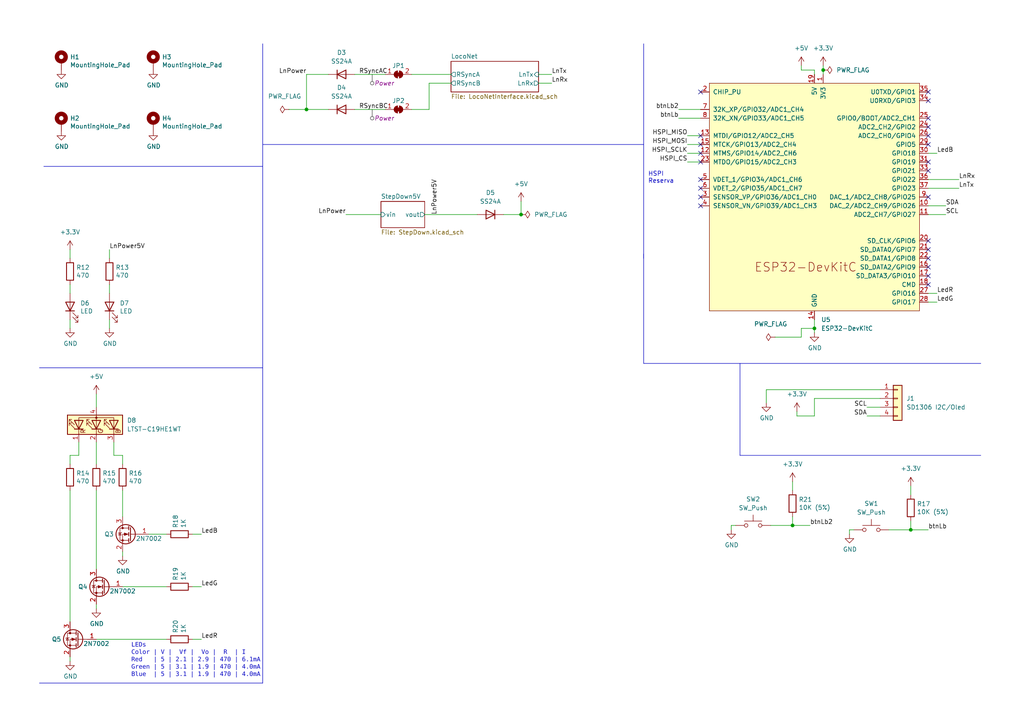
<source format=kicad_sch>
(kicad_sch (version 20231120) (generator "eeschema") (generator_version "8.0")
  (paper "A4")
  (title_block (title "LocoBuffer Esp32") (date "2023-07-17") (rev "0.0.1") (company "Dcc Diy Tools"))
  (lib_symbols
    (symbol "Connector_Generic:Conn_01x04" (pin_names (offset 1.016) hide)
      (property "Reference" "J" (at 0 5.08 0))
      (property "Value" "Conn_01x04" (at 0 -7.62 0))
      (symbol "Conn_01x04_1_1"
        (rectangle (start -1.27 -4.953) (end 0 -5.207) (stroke (width 0.1524)))
        (rectangle (start -1.27 -2.413) (end 0 -2.667) (stroke (width 0.1524)))
        (rectangle (start -1.27 0.127) (end 0 -0.127) (stroke (width 0.1524)))
        (rectangle (start -1.27 2.667) (end 0 2.413) (stroke (width 0.1524)))
        (rectangle (start -1.27 3.81) (end 1.27 -6.35) (stroke (width 0.254)) (fill (type background)))
        (pin passive line (at -5.08 2.54 0) (length 3.81) (name "Pin_1") (number "1"))
        (pin passive line (at -5.08 0 0) (length 3.81) (name "Pin_2") (number "2"))
        (pin passive line (at -5.08 -2.54 0) (length 3.81) (name "Pin_3") (number "3"))
        (pin passive line (at -5.08 -5.08 0) (length 3.81) (name "Pin_4") (number "4"))
      )
    )
    (symbol "Device:D" (pin_numbers hide) (pin_names (offset 1.016) hide)
      (property "Reference" "D" (at 0 2.54 0))
      (property "Value" "D" (at 0 -2.54 0))
      (symbol "D_0_1"
        (polyline (pts (xy -1.27 1.27) (xy -1.27 -1.27)) (stroke (width 0.254)))
        (polyline (pts (xy 1.27 0) (xy -1.27 0)))
        (polyline (pts (xy 1.27 1.27) (xy 1.27 -1.27) (xy -1.27 0) (xy 1.27 1.27)) (stroke (width 0.254)))
      )
      (symbol "D_1_1"
        (pin passive line (at -3.81 0 0) (length 2.54) (name "K") (number "1"))
        (pin passive line (at 3.81 0 180) (length 2.54) (name "A") (number "2"))
      )
    )
    (symbol "Device:LED" (pin_numbers hide) (pin_names (offset 1.016) hide)
      (property "Reference" "D" (at 0 2.54 0))
      (property "Value" "LED" (at 0 -2.54 0))
      (symbol "LED_0_1"
        (polyline (pts (xy -1.27 -1.27) (xy -1.27 1.27)) (stroke (width 0.254)))
        (polyline (pts (xy -1.27 0) (xy 1.27 0)))
        (polyline (pts (xy 1.27 -1.27) (xy 1.27 1.27) (xy -1.27 0) (xy 1.27 -1.27)) (stroke (width 0.254)))
        (polyline (pts (xy -3.048 -0.762) (xy -4.572 -2.286) (xy -3.81 -2.286) (xy -4.572 -2.286) (xy -4.572 -1.524)))
        (polyline (pts (xy -1.778 -0.762) (xy -3.302 -2.286) (xy -2.54 -2.286) (xy -3.302 -2.286) (xy -3.302 -1.524)))
      )
      (symbol "LED_1_1"
        (pin passive line (at -3.81 0 0) (length 2.54) (name "K") (number "1"))
        (pin passive line (at 3.81 0 180) (length 2.54) (name "A") (number "2"))
      )
    )
    (symbol "Device:LED_RGBA" (pin_names (offset 0) hide)
      (property "Reference" "D" (at 0 9.398 0))
      (property "Value" "LED_RGBA" (at 0 -8.89 0))
      (symbol "LED_RGBA_0_0"
        (text "B" (at -1.905 -6.35 0) (effects (font (size 1.27 1.27))))
        (text "G" (at -1.905 -1.27 0) (effects (font (size 1.27 1.27))))
        (text "R" (at -1.905 3.81 0) (effects (font (size 1.27 1.27))))
      )
      (symbol "LED_RGBA_0_1"
        (polyline (pts (xy -1.27 -5.08) (xy -2.54 -5.08)))
        (polyline (pts (xy -1.27 -5.08) (xy 1.27 -5.08)))
        (polyline (pts (xy -1.27 -3.81) (xy -1.27 -6.35)) (stroke (width 0.254)))
        (polyline (pts (xy -1.27 0) (xy -2.54 0)))
        (polyline (pts (xy -1.27 1.27) (xy -1.27 -1.27)) (stroke (width 0.254)))
        (polyline (pts (xy -1.27 5.08) (xy -2.54 5.08)))
        (polyline (pts (xy -1.27 5.08) (xy 1.27 5.08)))
        (polyline (pts (xy -1.27 6.35) (xy -1.27 3.81)) (stroke (width 0.254)))
        (polyline (pts (xy 1.27 0) (xy -1.27 0)))
        (polyline (pts (xy 1.27 0) (xy 2.54 0)))
        (polyline (pts (xy -1.27 1.27) (xy -1.27 -1.27) (xy -1.27 -1.27)))
        (polyline (pts (xy -1.27 6.35) (xy -1.27 3.81) (xy -1.27 3.81)))
        (polyline (pts (xy 1.27 -5.08) (xy 2.032 -5.08) (xy 2.032 5.08) (xy 1.27 5.08)))
        (polyline (pts (xy 1.27 -3.81) (xy 1.27 -6.35) (xy -1.27 -5.08) (xy 1.27 -3.81)) (stroke (width 0.254)))
        (polyline (pts (xy 1.27 1.27) (xy 1.27 -1.27) (xy -1.27 0) (xy 1.27 1.27)) (stroke (width 0.254)))
        (polyline (pts (xy 1.27 6.35) (xy 1.27 3.81) (xy -1.27 5.08) (xy 1.27 6.35)) (stroke (width 0.254)))
        (polyline (pts (xy -1.016 -3.81) (xy 0.508 -2.286) (xy -0.254 -2.286) (xy 0.508 -2.286) (xy 0.508 -3.048)))
        (polyline (pts (xy -1.016 1.27) (xy 0.508 2.794) (xy -0.254 2.794) (xy 0.508 2.794) (xy 0.508 2.032)))
        (polyline (pts (xy -1.016 6.35) (xy 0.508 7.874) (xy -0.254 7.874) (xy 0.508 7.874) (xy 0.508 7.112)))
        (polyline (pts (xy 0 -3.81) (xy 1.524 -2.286) (xy 0.762 -2.286) (xy 1.524 -2.286) (xy 1.524 -3.048)))
        (polyline (pts (xy 0 1.27) (xy 1.524 2.794) (xy 0.762 2.794) (xy 1.524 2.794) (xy 1.524 2.032)))
        (polyline (pts (xy 0 6.35) (xy 1.524 7.874) (xy 0.762 7.874) (xy 1.524 7.874) (xy 1.524 7.112)))
        (rectangle (start 1.27 -1.27) (end 1.27 1.27))
        (rectangle (start 1.27 1.27) (end 1.27 1.27))
        (rectangle (start 1.27 3.81) (end 1.27 6.35))
        (rectangle (start 1.27 6.35) (end 1.27 6.35))
        (circle (center 2.032 0) (radius 0.254) (fill (type outline)))
        (rectangle (start 2.794 8.382) (end -2.794 -7.62) (stroke (width 0.254)) (fill (type background)))
      )
      (symbol "LED_RGBA_1_1"
        (pin passive line (at -5.08 5.08 0) (length 2.54) (name "RK") (number "1"))
        (pin passive line (at -5.08 0 0) (length 2.54) (name "GK") (number "2"))
        (pin passive line (at -5.08 -5.08 0) (length 2.54) (name "BK") (number "3"))
        (pin passive line (at 5.08 0 180) (length 2.54) (name "A") (number "4"))
      )
    )
    (symbol "Device:R" (pin_numbers hide) (pin_names (offset 0))
      (property "Reference" "R" (at 2.032 0 90))
      (property "Value" "R" (at 0 0 90))
      (symbol "R_0_1"
        (rectangle (start -1.016 -2.54) (end 1.016 2.54) (stroke (width 0.254)))
      )
      (symbol "R_1_1"
        (pin passive line (at 0 3.81 270) (length 1.27) (name "~") (number "1"))
        (pin passive line (at 0 -3.81 90) (length 1.27) (name "~") (number "2"))
      )
    )
    (symbol "Jumper:SolderJumper_2_Bridged" (pin_names (offset 0) hide)
      (property "Reference" "JP" (at 0 2.032 0))
      (property "Value" "SolderJumper_2_Bridged" (at 0 -2.54 0))
      (symbol "SolderJumper_2_Bridged_0_1"
        (rectangle (start -0.508 0.508) (end 0.508 -0.508) (fill (type outline)))
        (arc (start -0.254 1.016) (mid -1.2656 0) (end -0.254 -1.016))
        (arc (start -0.254 1.016) (mid -1.2656 0) (end -0.254 -1.016) (fill (type outline)))
        (polyline (pts (xy -0.254 1.016) (xy -0.254 -1.016)))
        (polyline (pts (xy 0.254 1.016) (xy 0.254 -1.016)))
        (arc (start 0.254 -1.016) (mid 1.2656 0) (end 0.254 1.016))
        (arc (start 0.254 -1.016) (mid 1.2656 0) (end 0.254 1.016) (fill (type outline)))
      )
      (symbol "SolderJumper_2_Bridged_1_1"
        (pin passive line (at -3.81 0 0) (length 2.54) (name "A") (number "1"))
        (pin passive line (at 3.81 0 180) (length 2.54) (name "B") (number "2"))
      )
    )
    (symbol "Mechanical:MountingHole_Pad" (pin_numbers hide) (pin_names (offset 1.016) hide)
      (property "Reference" "H" (at 0 6.35 0))
      (property "Value" "MountingHole_Pad" (at 0 4.445 0))
      (symbol "MountingHole_Pad_0_1"
        (circle (center 0 1.27) (radius 1.27) (stroke (width 1.27)))
      )
      (symbol "MountingHole_Pad_1_1"
        (pin input line (at 0 -2.54 90) (length 2.54) (name "1") (number "1"))
      )
    )
    (symbol "PCM_Espressif:ESP32-DevKitC" (pin_names (offset 1.016))
      (property "Reference" "U" (at -30.48 38.1 0))
      (property "Value" "ESP32-DevKitC" (at -30.48 35.56 0))
      (symbol "ESP32-DevKitC_0_0"
        (text "ESP32-DevKitC" (at -2.54 -20.32 0) (effects (font (size 2.54 2.54))))
        (pin power_in line (at 0 -35.56 90) (length 2.54) (name "GND") (number "14"))
        (pin power_in line (at 0 35.56 270) (length 2.54) (name "5V") (number "19"))
      )
      (symbol "ESP32-DevKitC_0_1"
        (rectangle (start -30.48 33.02) (end 30.48 -33.02) (fill (type background)))
      )
      (symbol "ESP32-DevKitC_1_1"
        (pin power_in line (at 2.54 35.56 270) (length 2.54) (name "3V3") (number "1"))
        (pin bidirectional line (at 33.02 -2.54 180) (length 2.54) (name "DAC_2/ADC2_CH9/GPIO26") (number "10"))
        (pin bidirectional line (at 33.02 -5.08 180) (length 2.54) (name "ADC2_CH7/GPIO27") (number "11"))
        (pin bidirectional line (at -33.02 12.7 0) (length 2.54) (name "MTMS/GPIO14/ADC2_CH6") (number "12"))
        (pin bidirectional line (at -33.02 17.78 0) (length 2.54) (name "MTDI/GPIO12/ADC2_CH5") (number "13"))
        (pin bidirectional line (at -33.02 15.24 0) (length 2.54) (name "MTCK/GPIO13/ADC2_CH4") (number "15"))
        (pin bidirectional line (at 33.02 -20.32 180) (length 2.54) (name "SD_DATA2/GPIO9") (number "16"))
        (pin bidirectional line (at 33.02 -22.86 180) (length 2.54) (name "SD_DATA3/GPIO10") (number "17"))
        (pin bidirectional line (at 33.02 -25.4 180) (length 2.54) (name "CMD") (number "18"))
        (pin input line (at -33.02 30.48 0) (length 2.54) (name "CHIP_PU") (number "2"))
        (pin bidirectional line (at 33.02 -12.7 180) (length 2.54) (name "SD_CLK/GPIO6") (number "20"))
        (pin bidirectional line (at 33.02 -15.24 180) (length 2.54) (name "SD_DATA0/GPIO7") (number "21"))
        (pin bidirectional line (at 33.02 -17.78 180) (length 2.54) (name "SD_DATA1/GPIO8") (number "22"))
        (pin bidirectional line (at -33.02 10.16 0) (length 2.54) (name "MTDO/GPIO15/ADC2_CH3") (number "23"))
        (pin bidirectional line (at 33.02 20.32 180) (length 2.54) (name "ADC2_CH2/GPIO2") (number "24"))
        (pin bidirectional line (at 33.02 22.86 180) (length 2.54) (name "GPIO0/BOOT/ADC2_CH1") (number "25"))
        (pin bidirectional line (at 33.02 17.78 180) (length 2.54) (name "ADC2_CH0/GPIO4") (number "26"))
        (pin bidirectional line (at 33.02 -27.94 180) (length 2.54) (name "GPIO16") (number "27"))
        (pin bidirectional line (at 33.02 -30.48 180) (length 2.54) (name "GPIO17") (number "28"))
        (pin bidirectional line (at 33.02 15.24 180) (length 2.54) (name "GPIO5") (number "29"))
        (pin input line (at -33.02 0 0) (length 2.54) (name "SENSOR_VP/GPIO36/ADC1_CH0") (number "3"))
        (pin bidirectional line (at 33.02 12.7 180) (length 2.54) (name "GPIO18") (number "30"))
        (pin bidirectional line (at 33.02 10.16 180) (length 2.54) (name "GPIO19") (number "31"))
        (pin passive line (at 0 -35.56 90) (length 2.54) hide (name "GND") (number "32"))
        (pin bidirectional line (at 33.02 7.62 180) (length 2.54) (name "GPIO21") (number "33"))
        (pin bidirectional line (at 33.02 27.94 180) (length 2.54) (name "U0RXD/GPIO3") (number "34"))
        (pin bidirectional line (at 33.02 30.48 180) (length 2.54) (name "U0TXD/GPIO1") (number "35"))
        (pin bidirectional line (at 33.02 5.08 180) (length 2.54) (name "GPIO22") (number "36"))
        (pin bidirectional line (at 33.02 2.54 180) (length 2.54) (name "GPIO23") (number "37"))
        (pin passive line (at 0 -35.56 90) (length 2.54) hide (name "GND") (number "38"))
        (pin input line (at -33.02 -2.54 0) (length 2.54) (name "SENSOR_VN/GPIO39/ADC1_CH3") (number "4"))
        (pin input line (at -33.02 5.08 0) (length 2.54) (name "VDET_1/GPIO34/ADC1_CH6") (number "5"))
        (pin input line (at -33.02 2.54 0) (length 2.54) (name "VDET_2/GPIO35/ADC1_CH7") (number "6"))
        (pin bidirectional line (at -33.02 25.4 0) (length 2.54) (name "32K_XP/GPIO32/ADC1_CH4") (number "7"))
        (pin bidirectional line (at -33.02 22.86 0) (length 2.54) (name "32K_XN/GPIO33/ADC1_CH5") (number "8"))
        (pin bidirectional line (at 33.02 0 180) (length 2.54) (name "DAC_1/ADC2_CH8/GPIO25") (number "9"))
      )
    )
    (symbol "Switch:SW_Push" (pin_numbers hide) (pin_names (offset 1.016) hide)
      (property "Reference" "SW" (at 1.27 2.54 0))
      (property "Value" "SW_Push" (at 0 -1.524 0))
      (symbol "SW_Push_0_1"
        (circle (center -2.032 0) (radius 0.508))
        (polyline (pts (xy 0 1.27) (xy 0 3.048)))
        (polyline (pts (xy 2.54 1.27) (xy -2.54 1.27)))
        (circle (center 2.032 0) (radius 0.508))
        (pin passive line (at -5.08 0 0) (length 2.54) (name "1") (number "1"))
        (pin passive line (at 5.08 0 180) (length 2.54) (name "2") (number "2"))
      )
    )
    (symbol "Transistor_FET:2N7002" (pin_names hide)
      (property "Reference" "Q" (at 5.08 1.905 0))
      (property "Value" "2N7002" (at 5.08 0 0))
      (symbol "2N7002_0_1"
        (polyline (pts (xy 0.254 0) (xy -2.54 0)))
        (polyline (pts (xy 0.254 1.905) (xy 0.254 -1.905)) (stroke (width 0.254)))
        (polyline (pts (xy 0.762 -1.27) (xy 0.762 -2.286)) (stroke (width 0.254)))
        (polyline (pts (xy 0.762 0.508) (xy 0.762 -0.508)) (stroke (width 0.254)))
        (polyline (pts (xy 0.762 2.286) (xy 0.762 1.27)) (stroke (width 0.254)))
        (polyline (pts (xy 2.54 2.54) (xy 2.54 1.778)))
        (polyline (pts (xy 2.54 -2.54) (xy 2.54 0) (xy 0.762 0)))
        (polyline (pts (xy 0.762 -1.778) (xy 3.302 -1.778) (xy 3.302 1.778) (xy 0.762 1.778)))
        (polyline (pts (xy 1.016 0) (xy 2.032 0.381) (xy 2.032 -0.381) (xy 1.016 0)) (fill (type outline)))
        (polyline (pts (xy 2.794 0.508) (xy 2.921 0.381) (xy 3.683 0.381) (xy 3.81 0.254)))
        (polyline (pts (xy 3.302 0.381) (xy 2.921 -0.254) (xy 3.683 -0.254) (xy 3.302 0.381)))
        (circle (center 1.651 0) (radius 2.794) (stroke (width 0.254)))
        (circle (center 2.54 -1.778) (radius 0.254) (fill (type outline)))
        (circle (center 2.54 1.778) (radius 0.254) (fill (type outline)))
      )
      (symbol "2N7002_1_1"
        (pin input line (at -5.08 0 0) (length 2.54) (name "G") (number "1"))
        (pin passive line (at 2.54 -5.08 90) (length 2.54) (name "S") (number "2"))
        (pin passive line (at 2.54 5.08 270) (length 2.54) (name "D") (number "3"))
      )
    )
    (symbol "power:+3.3V" (power) (pin_names (offset 0))
      (property "Value" "+3.3V" (at 0 3.556 0))
      (symbol "+3.3V_0_1"
        (polyline (pts (xy -0.762 1.27) (xy 0 2.54)))
        (polyline (pts (xy 0 0) (xy 0 2.54)))
        (polyline (pts (xy 0 2.54) (xy 0.762 1.27)))
      )
      (symbol "+3.3V_1_1"
        (pin power_in line (at 0 0 90) (length 0) hide (name "+3.3V") (number "1"))
      )
    )
    (symbol "power:+5V" (power) (pin_names (offset 0))
      (property "Value" "+5V" (at 0 3.556 0))
      (symbol "+5V_0_1"
        (polyline (pts (xy -0.762 1.27) (xy 0 2.54)))
        (polyline (pts (xy 0 0) (xy 0 2.54)))
        (polyline (pts (xy 0 2.54) (xy 0.762 1.27)))
      )
      (symbol "+5V_1_1"
        (pin power_in line (at 0 0 90) (length 0) hide (name "+5V") (number "1"))
      )
    )
    (symbol "power:GND" (power) (pin_names (offset 0))
      (property "Value" "GND" (at 0 -3.81 0))
      (symbol "GND_0_1"
        (polyline (pts (xy 0 0) (xy 0 -1.27) (xy 1.27 -1.27) (xy 0 -2.54) (xy -1.27 -1.27) (xy 0 -1.27)))
      )
      (symbol "GND_1_1"
        (pin power_in line (at 0 0 270) (length 0) hide (name "GND") (number "1"))
      )
    )
    (symbol "power:PWR_FLAG" (power) (pin_numbers hide) (pin_names (offset 0) hide)
      (property "Value" "PWR_FLAG" (at 0 3.81 0))
      (symbol "PWR_FLAG_0_0"
        (pin power_out line (at 0 0 90) (length 0) (name "pwr") (number "1"))
      )
      (symbol "PWR_FLAG_0_1"
        (polyline (pts (xy 0 0) (xy 0 1.27) (xy -1.016 1.905) (xy 0 2.54) (xy 1.016 1.905) (xy 0 1.27)))
      )
    )
  )
  (junction (at 236.22 95.25))
  (junction (at 229.87 152.4))
  (junction (at 88.9 31.75))
  (junction (at 238.76 20.32))
  (junction (at 151.13 62.23))
  (junction (at 264.16 153.67))
  (no_connect (at 269.24 49.53))
  (no_connect (at 269.24 57.15))
  (no_connect (at 269.24 26.67))
  (no_connect (at 203.2 52.07))
  (no_connect (at 269.24 80.01))
  (no_connect (at 203.2 54.61))
  (no_connect (at 269.24 29.21))
  (no_connect (at 203.2 39.37))
  (no_connect (at 269.24 69.85))
  (no_connect (at 203.2 57.15))
  (no_connect (at 269.24 72.39))
  (no_connect (at 203.2 46.99))
  (no_connect (at 269.24 34.29))
  (no_connect (at 269.24 36.83))
  (no_connect (at 269.24 74.93))
  (no_connect (at 269.24 41.91))
  (no_connect (at 269.24 46.99))
  (no_connect (at 269.24 77.47))
  (no_connect (at 203.2 41.91))
  (no_connect (at 203.2 59.69))
  (no_connect (at 269.24 82.55))
  (no_connect (at 203.2 44.45))
  (no_connect (at 269.24 39.37))
  (no_connect (at 203.2 26.67))
  (wire (pts (xy 231.14 120.65) (xy 231.14 119.38)))
  (wire (pts (xy 22.86 132.08) (xy 20.32 132.08)))
  (wire (pts (xy 246.38 154.94) (xy 246.38 153.67)))
  (wire (pts (xy 146.05 62.23) (xy 151.13 62.23)))
  (wire (pts (xy 100.33 62.23) (xy 110.49 62.23)))
  (wire (pts (xy 20.32 92.71) (xy 20.32 95.25)))
  (polyline (pts (xy 76.2 48.26) (xy 76.2 74.93)))
  (polyline (pts (xy 214.63 132.08) (xy 284.48 132.08)))
  (wire (pts (xy 27.94 175.26) (xy 27.94 176.53)))
  (wire (pts (xy 27.94 128.27) (xy 27.94 134.62)))
  (wire (pts (xy 160.02 24.13) (xy 156.21 24.13)))
  (wire (pts (xy 31.75 72.39) (xy 31.75 74.93)))
  (wire (pts (xy 236.22 92.71) (xy 236.22 95.25)))
  (wire (pts (xy 124.46 24.13) (xy 124.46 31.75)))
  (wire (pts (xy 55.88 170.18) (xy 58.42 170.18)))
  (polyline (pts (xy 76.2 198.12) (xy 11.43 198.12)))
  (wire (pts (xy 251.46 118.11) (xy 255.27 118.11)))
  (wire (pts (xy 212.09 152.4) (xy 213.36 152.4)))
  (wire (pts (xy 123.19 62.23) (xy 138.43 62.23)))
  (wire (pts (xy 22.86 128.27) (xy 22.86 132.08)))
  (wire (pts (xy 156.21 21.59) (xy 160.02 21.59)))
  (wire (pts (xy 119.38 21.59) (xy 130.81 21.59)))
  (wire (pts (xy 83.82 31.75) (xy 88.9 31.75)))
  (wire (pts (xy 199.39 44.45) (xy 203.2 44.45)))
  (wire (pts (xy 20.32 72.39) (xy 20.32 74.93)))
  (wire (pts (xy 20.32 142.24) (xy 20.32 180.34)))
  (polyline (pts (xy 214.63 105.41) (xy 214.63 132.08)))
  (wire (pts (xy 20.32 190.5) (xy 20.32 191.77)))
  (wire (pts (xy 55.88 185.42) (xy 58.42 185.42)))
  (wire (pts (xy 196.85 31.75) (xy 203.2 31.75)))
  (wire (pts (xy 232.41 97.79) (xy 232.41 95.25)))
  (polyline (pts (xy 12.7 48.26) (xy 76.2 48.26)))
  (wire (pts (xy 269.24 44.45) (xy 271.78 44.45)))
  (wire (pts (xy 102.87 21.59) (xy 111.76 21.59)))
  (polyline (pts (xy 186.69 12.7) (xy 186.69 105.41)))
  (polyline (pts (xy 76.2 74.93) (xy 76.2 106.68)))
  (polyline (pts (xy 11.43 106.68) (xy 76.2 106.68)))
  (wire (pts (xy 229.87 149.86) (xy 229.87 152.4)))
  (wire (pts (xy 223.52 152.4) (xy 229.87 152.4)))
  (wire (pts (xy 33.02 132.08) (xy 35.56 132.08)))
  (wire (pts (xy 35.56 132.08) (xy 35.56 134.62)))
  (wire (pts (xy 199.39 46.99) (xy 203.2 46.99)))
  (wire (pts (xy 55.88 154.94) (xy 58.42 154.94)))
  (wire (pts (xy 151.13 62.23) (xy 151.13 58.42)))
  (wire (pts (xy 196.85 34.29) (xy 203.2 34.29)))
  (wire (pts (xy 31.75 82.55) (xy 31.75 85.09)))
  (wire (pts (xy 236.22 115.57) (xy 255.27 115.57)))
  (wire (pts (xy 35.56 170.18) (xy 48.26 170.18)))
  (wire (pts (xy 269.24 85.09) (xy 271.78 85.09)))
  (wire (pts (xy 20.32 82.55) (xy 20.32 85.09)))
  (wire (pts (xy 238.76 20.32) (xy 238.76 21.59)))
  (wire (pts (xy 264.16 140.97) (xy 264.16 143.51)))
  (wire (pts (xy 35.56 160.02) (xy 35.56 161.29)))
  (wire (pts (xy 251.46 120.65) (xy 255.27 120.65)))
  (polyline (pts (xy 186.69 74.93) (xy 186.69 73.66)))
  (wire (pts (xy 236.22 95.25) (xy 236.22 96.52)))
  (wire (pts (xy 232.41 20.32) (xy 236.22 20.32)))
  (wire (pts (xy 212.09 153.67) (xy 212.09 152.4)))
  (wire (pts (xy 269.24 87.63) (xy 271.78 87.63)))
  (wire (pts (xy 246.38 153.67) (xy 247.65 153.67)))
  (wire (pts (xy 27.94 185.42) (xy 48.26 185.42)))
  (wire (pts (xy 264.16 153.67) (xy 269.24 153.67)))
  (wire (pts (xy 257.81 153.67) (xy 264.16 153.67)))
  (wire (pts (xy 88.9 21.59) (xy 88.9 31.75)))
  (wire (pts (xy 232.41 19.05) (xy 232.41 20.32)))
  (wire (pts (xy 222.25 116.84) (xy 222.25 113.03)))
  (wire (pts (xy 236.22 20.32) (xy 236.22 21.59)))
  (wire (pts (xy 31.75 92.71) (xy 31.75 95.25)))
  (wire (pts (xy 224.79 97.79) (xy 232.41 97.79)))
  (wire (pts (xy 33.02 128.27) (xy 33.02 132.08)))
  (wire (pts (xy 43.18 154.94) (xy 48.26 154.94)))
  (wire (pts (xy 199.39 41.91) (xy 203.2 41.91)))
  (polyline (pts (xy 76.2 106.68) (xy 76.2 198.12)))
  (wire (pts (xy 269.24 62.23) (xy 274.32 62.23)))
  (wire (pts (xy 264.16 151.13) (xy 264.16 153.67)))
  (wire (pts (xy 229.87 152.4) (xy 234.95 152.4)))
  (wire (pts (xy 27.94 142.24) (xy 27.94 165.1)))
  (wire (pts (xy 269.24 54.61) (xy 278.13 54.61)))
  (wire (pts (xy 124.46 31.75) (xy 119.38 31.75)))
  (polyline (pts (xy 186.69 105.41) (xy 284.48 105.41)))
  (wire (pts (xy 27.94 114.3) (xy 27.94 118.11)))
  (wire (pts (xy 236.22 120.65) (xy 236.22 115.57)))
  (wire (pts (xy 95.25 21.59) (xy 88.9 21.59)))
  (wire (pts (xy 88.9 31.75) (xy 95.25 31.75)))
  (wire (pts (xy 232.41 95.25) (xy 236.22 95.25)))
  (wire (pts (xy 35.56 142.24) (xy 35.56 149.86)))
  (wire (pts (xy 269.24 59.69) (xy 274.32 59.69)))
  (wire (pts (xy 238.76 19.05) (xy 238.76 20.32)))
  (wire (pts (xy 20.32 132.08) (xy 20.32 134.62)))
  (polyline (pts (xy 76.2 12.7) (xy 76.2 48.26)))
  (wire (pts (xy 199.39 39.37) (xy 203.2 39.37)))
  (wire (pts (xy 269.24 52.07) (xy 278.13 52.07)))
  (wire (pts (xy 130.81 24.13) (xy 124.46 24.13)))
  (wire (pts (xy 229.87 139.7) (xy 229.87 142.24)))
  (wire (pts (xy 102.87 31.75) (xy 111.76 31.75)))
  (polyline (pts (xy 76.2 41.91) (xy 186.69 41.91)))
  (wire (pts (xy 222.25 113.03) (xy 255.27 113.03)))
  (wire (pts (xy 231.14 120.65) (xy 236.22 120.65)))
  (text "LEDs\nColor | V |  Vf |  Vo |  R  | I\nRed   | 5 | 2.1 | 2.9 | 470 | 6.1mA\nGreen | 5 | 3.1 | 1.9 | 470 | 4.0mA\nBlue  | 5 | 3.1 | 1.9 | 470 | 4.0mA" (at 38.1 196.85 0) (effects (font (size 1.27 1.27)) (justify left bottom)))
  (text "HSPI\nReserva" (at 187.96 53.34 0) (effects (font (size 1.27 1.27)) (justify left bottom)))
  (label "LnPower5V" (at 31.75 72.39 0))
  (label "LnRx" (at 278.13 52.07 0))
  (label "LedG" (at 58.42 170.18 0))
  (label "LnPower" (at 100.33 62.23 180))
  (label "LedR" (at 271.78 85.09 0))
  (label "LnPower5V" (at 127 62.23 90))
  (label "SCL" (at 251.46 118.11 180))
  (label "HSPI_CS" (at 199.39 46.99 180))
  (label "btnLb" (at 196.85 34.29 180))
  (label "LnPower" (at 88.9 21.59 180))
  (label "LnRx" (at 160.02 24.13 0))
  (label "btnLb" (at 269.24 153.67 0))
  (label "LedG" (at 271.78 87.63 0))
  (label "LedR" (at 58.42 185.42 0))
  (label "HSPI_SCLK" (at 199.39 44.45 180))
  (label "HSPI_MOSI" (at 199.39 41.91 180))
  (label "btnLb2" (at 196.85 31.75 180))
  (label "SCL" (at 274.32 62.23 0))
  (label "LnTx" (at 278.13 54.61 0))
  (label "LedB" (at 271.78 44.45 0))
  (label "SDA" (at 274.32 59.69 0))
  (label "SDA" (at 251.46 120.65 180))
  (label "btnLb2" (at 234.95 152.4 0))
  (label "HSPI_MISO" (at 199.39 39.37 180))
  (label "RSyncAC" (at 104.14 21.59 0))
  (label "LedB" (at 58.42 154.94 0))
  (label "LnTx" (at 160.02 21.59 0))
  (label "RSyncBC" (at 104.14 31.75 0))
  (netclass_flag "" (length 2.54) (shape round) (at 107.95 31.75 180) (property "Netclass" "Power" (at 108.5596 34.29 0) (effects (font (italic yes)) (justify left))))
  (netclass_flag "" (length 2.54) (shape round) (at 107.95 21.59 180) (property "Netclass" "Power" (at 108.5596 24.13 0) (effects (font (italic yes)) (justify left))))
  (symbol (lib_id "Mechanical:MountingHole_Pad") (at 17.78 17.78 0) (unit 1)
    (property "Reference" "H1" (at 20.32 16.5354 0) (effects (justify left)))
    (property "Value" "MountingHole_Pad" (at 20.32 18.8468 0) (effects (justify left)))
    (property "Footprint" "MountingHole:MountingHole_3.2mm_M3_ISO7380_Pad" (effects (hide yes)))
  )
  (symbol (lib_id "Mechanical:MountingHole_Pad") (at 44.45 17.78 0) (unit 1)
    (property "Reference" "H3" (at 46.99 16.5354 0) (effects (justify left)))
    (property "Value" "MountingHole_Pad" (at 46.99 18.8468 0) (effects (justify left)))
    (property "Footprint" "MountingHole:MountingHole_3.2mm_M3_ISO7380_Pad" (effects (hide yes)))
  )
  (symbol (lib_id "Mechanical:MountingHole_Pad") (at 44.45 35.56 0) (unit 1)
    (property "Reference" "H4" (at 46.99 34.3154 0) (effects (justify left)))
    (property "Value" "MountingHole_Pad" (at 46.99 36.6268 0) (effects (justify left)))
    (property "Footprint" "MountingHole:MountingHole_3.2mm_M3_ISO7380_Pad" (effects (hide yes)))
  )
  (symbol (lib_id "Mechanical:MountingHole_Pad") (at 17.78 35.56 0) (unit 1)
    (property "Reference" "H2" (at 20.32 34.3154 0) (effects (justify left)))
    (property "Value" "MountingHole_Pad" (at 20.32 36.6268 0) (effects (justify left)))
    (property "Footprint" "MountingHole:MountingHole_3.2mm_M3_ISO7380_Pad" (effects (hide yes)))
  )
  (symbol (lib_id "power:GND") (at 44.45 38.1 0) (unit 1)
    (property "Reference" "#PWR09" (effects (hide yes)))
    (property "Value" "GND" (at 44.577 42.4942 0))
  )
  (symbol (lib_id "power:GND") (at 17.78 38.1 0) (unit 1)
    (property "Reference" "#PWR02" (effects (hide yes)))
    (property "Value" "GND" (at 17.907 42.4942 0))
  )
  (symbol (lib_id "power:GND") (at 17.78 20.32 0) (unit 1)
    (property "Reference" "#PWR01" (effects (hide yes)))
    (property "Value" "GND" (at 17.907 24.7142 0))
  )
  (symbol (lib_id "power:GND") (at 44.45 20.32 0) (unit 1)
    (property "Reference" "#PWR04" (effects (hide yes)))
    (property "Value" "GND" (at 44.577 24.7142 0))
  )
  (symbol (lib_id "Device:LED") (at 31.75 88.9 90) (unit 1)
    (property "Reference" "D7" (at 34.7218 87.9348 90) (effects (justify right)))
    (property "Value" "LED" (at 34.7218 90.2462 90) (effects (justify right)))
    (property "Footprint" "LED_SMD:LED_0805_2012Metric" (effects (hide yes)))
    (property "LCSC" "C2296" (effects (hide yes)))
  )
  (symbol (lib_id "Device:D") (at 99.06 21.59 0) (unit 1)
    (property "Reference" "D3" (at 99.06 15.24 0))
    (property "Value" "SS24A" (at 99.06 17.78 0))
    (property "Footprint" "Diode_SMD:D_SMA" (effects (hide yes)))
    (property "Sim.Device" "D" (effects (hide yes)))
    (property "Sim.Pins" "1=K 2=A" (effects (hide yes)))
    (property "LCSC" "C95872" (effects (hide yes)))
  )
  (symbol (lib_id "power:PWR_FLAG") (at 238.76 20.32 270) (unit 1)
    (property "Reference" "#FLG03" (effects (hide yes)))
    (property "Value" "PWR_FLAG" (at 242.57 20.32 90) (effects (justify left)))
  )
  (symbol (lib_id "Jumper:SolderJumper_2_Bridged") (at 115.57 21.59 0) (unit 1)
    (property "Reference" "JP1" (at 115.57 19.05 0))
    (property "Value" "SolderJumper_2_Bridged" (effects (hide yes)))
    (property "Footprint" "Jumper:SolderJumper-2_P1.3mm_Bridged2Bar_RoundedPad1.0x1.5mm" (effects (hide yes)))
  )
  (symbol (lib_id "Device:R") (at 229.87 146.05 0) (unit 1)
    (property "Reference" "R21" (at 231.648 144.8816 0) (effects (justify left)))
    (property "Value" "10K (5%)" (at 231.648 147.193 0) (effects (justify left)))
    (property "Footprint" "Resistor_SMD:R_0805_2012Metric" (effects (hide yes)))
    (property "LCSC" "C17414" (effects (hide yes)))
  )
  (symbol (lib_id "Device:R") (at 52.07 170.18 270) (unit 1)
    (property "Reference" "R19" (at 50.9016 168.402 0) (effects (justify right)))
    (property "Value" "1K" (at 53.213 168.402 0) (effects (justify right)))
    (property "Footprint" "Resistor_SMD:R_0805_2012Metric" (effects (hide yes)))
    (property "LCSC" "C17513" (effects (hide yes)))
  )
  (symbol (lib_id "Connector_Generic:Conn_01x04") (at 260.35 115.57 0) (unit 1)
    (property "Reference" "J1" (at 262.89 115.57 0) (effects (justify left)))
    (property "Value" "SD1306 I2C/Oled" (at 262.89 118.11 0) (effects (justify left)))
    (property "Footprint" "LocoNetInterface:128x64OLED" (effects (hide yes)))
  )
  (symbol (lib_id "Device:LED_RGBA") (at 27.94 123.19 90) (unit 1)
    (property "Reference" "D8" (at 36.83 121.92 90) (effects (justify right)))
    (property "Value" "LTST-C19HE1WT" (at 36.83 124.46 90) (effects (justify right)))
    (property "Footprint" "LED_SMD:LED_LiteOn_LTST-C19HE1WT" (effects (hide yes)))
    (property "LCSC" "C458749" (effects (hide yes)))
  )
  (symbol (lib_id "power:GND") (at 27.94 176.53 0) (unit 1)
    (property "Reference" "#PWR026" (effects (hide yes)))
    (property "Value" "GND" (at 28.067 180.9242 0))
  )
  (symbol (lib_id "Device:LED") (at 20.32 88.9 90) (unit 1)
    (property "Reference" "D6" (at 23.2918 87.9348 90) (effects (justify right)))
    (property "Value" "LED" (at 23.2918 90.2462 90) (effects (justify right)))
    (property "Footprint" "LED_SMD:LED_0805_2012Metric" (effects (hide yes)))
    (property "LCSC" "C2296" (effects (hide yes)))
  )
  (symbol (lib_id "Device:R") (at 31.75 78.74 180) (unit 1)
    (property "Reference" "R13" (at 33.528 77.5716 0) (effects (justify right)))
    (property "Value" "470" (at 33.528 79.883 0) (effects (justify right)))
    (property "Footprint" "Resistor_SMD:R_0805_2012Metric" (effects (hide yes)))
    (property "LCSC" "C17710" (effects (hide yes)))
  )
  (symbol (lib_id "power:GND") (at 222.25 116.84 0) (unit 1)
    (property "Reference" "#PWR015" (effects (hide yes)))
    (property "Value" "GND" (at 222.377 121.2342 0))
  )
  (symbol (lib_id "power:+5V") (at 27.94 114.3 0) (unit 1)
    (property "Reference" "#PWR023" (effects (hide yes)))
    (property "Value" "+5V" (at 27.94 109.22 0))
  )
  (symbol (lib_id "Device:R") (at 35.56 138.43 180) (unit 1)
    (property "Reference" "R16" (at 37.338 137.2616 0) (effects (justify right)))
    (property "Value" "470" (at 37.338 139.573 0) (effects (justify right)))
    (property "Footprint" "Resistor_SMD:R_0805_2012Metric" (effects (hide yes)))
    (property "LCSC" "C17710" (effects (hide yes)))
  )
  (symbol (lib_id "Device:R") (at 52.07 154.94 270) (unit 1)
    (property "Reference" "R18" (at 50.9016 153.162 0) (effects (justify right)))
    (property "Value" "1K" (at 53.213 153.162 0) (effects (justify right)))
    (property "Footprint" "Resistor_SMD:R_0805_2012Metric" (effects (hide yes)))
    (property "LCSC" "C17513" (effects (hide yes)))
  )
  (symbol (lib_id "power:+3.3V") (at 264.16 140.97 0) (unit 1)
    (property "Reference" "#PWR021" (effects (hide yes)))
    (property "Value" "+3.3V" (at 264.16 135.89 0))
  )
  (symbol (lib_id "Device:R") (at 264.16 147.32 0) (unit 1)
    (property "Reference" "R17" (at 265.938 146.1516 0) (effects (justify left)))
    (property "Value" "10K (5%)" (at 265.938 148.463 0) (effects (justify left)))
    (property "Footprint" "Resistor_SMD:R_0805_2012Metric" (effects (hide yes)))
    (property "LCSC" "C17414" (effects (hide yes)))
  )
  (symbol (lib_id "Device:R") (at 20.32 138.43 180) (unit 1)
    (property "Reference" "R14" (at 22.098 137.2616 0) (effects (justify right)))
    (property "Value" "470" (at 22.098 139.573 0) (effects (justify right)))
    (property "Footprint" "Resistor_SMD:R_0805_2012Metric" (effects (hide yes)))
    (property "LCSC" "C17710" (effects (hide yes)))
  )
  (symbol (lib_id "power:GND") (at 20.32 191.77 0) (unit 1)
    (property "Reference" "#PWR027" (effects (hide yes)))
    (property "Value" "GND" (at 20.447 196.1642 0))
  )
  (symbol (lib_id "power:+3.3V") (at 238.76 19.05 0) (unit 1)
    (property "Reference" "#PWR037" (effects (hide yes)))
    (property "Value" "+3.3V" (at 238.76 13.97 0))
  )
  (symbol (lib_id "power:GND") (at 236.22 96.52 0) (unit 1)
    (property "Reference" "#PWR014" (effects (hide yes)))
    (property "Value" "GND" (at 236.347 100.9142 0))
  )
  (symbol (lib_id "power:+5V") (at 151.13 58.42 0) (unit 1)
    (property "Reference" "#PWR018" (effects (hide yes)))
    (property "Value" "+5V" (at 151.13 53.34 0))
  )
  (symbol (lib_id "Device:D") (at 99.06 31.75 0) (unit 1)
    (property "Reference" "D4" (at 99.06 25.4 0))
    (property "Value" "SS24A" (at 99.06 27.94 0))
    (property "Footprint" "Diode_SMD:D_SMA" (effects (hide yes)))
    (property "Sim.Device" "D" (effects (hide yes)))
    (property "Sim.Pins" "1=K 2=A" (effects (hide yes)))
    (property "LCSC" "C95872" (effects (hide yes)))
  )
  (symbol (lib_id "power:+3.3V") (at 231.14 119.38 0) (unit 1)
    (property "Reference" "#PWR016" (effects (hide yes)))
    (property "Value" "+3.3V" (at 231.14 114.3 0))
  )
  (symbol (lib_id "power:GND") (at 212.09 153.67 0) (unit 1)
    (property "Reference" "#PWR017" (effects (hide yes)))
    (property "Value" "GND" (at 212.217 158.0642 0))
  )
  (symbol (lib_id "Device:R") (at 27.94 138.43 180) (unit 1)
    (property "Reference" "R15" (at 29.718 137.2616 0) (effects (justify right)))
    (property "Value" "470" (at 29.718 139.573 0) (effects (justify right)))
    (property "Footprint" "Resistor_SMD:R_0805_2012Metric" (effects (hide yes)))
    (property "LCSC" "C17710" (effects (hide yes)))
  )
  (symbol (lib_id "Device:R") (at 52.07 185.42 270) (unit 1)
    (property "Reference" "R20" (at 50.9016 183.642 0) (effects (justify right)))
    (property "Value" "1K" (at 53.213 183.642 0) (effects (justify right)))
    (property "Footprint" "Resistor_SMD:R_0805_2012Metric" (effects (hide yes)))
    (property "LCSC" "C17513" (effects (hide yes)))
  )
  (symbol (lib_id "power:+5V") (at 232.41 19.05 0) (unit 1)
    (property "Reference" "#PWR011" (effects (hide yes)))
    (property "Value" "+5V" (at 232.41 13.97 0))
  )
  (symbol (lib_id "Jumper:SolderJumper_2_Bridged") (at 115.57 31.75 0) (unit 1)
    (property "Reference" "JP2" (at 115.57 29.21 0))
    (property "Value" "SolderJumper_2_Bridged" (effects (hide yes)))
    (property "Footprint" "Jumper:SolderJumper-2_P1.3mm_Bridged2Bar_RoundedPad1.0x1.5mm" (effects (hide yes)))
  )
  (symbol (lib_id "Device:R") (at 20.32 78.74 180) (unit 1)
    (property "Reference" "R12" (at 22.098 77.5716 0) (effects (justify right)))
    (property "Value" "470" (at 22.098 79.883 0) (effects (justify right)))
    (property "Footprint" "Resistor_SMD:R_0805_2012Metric" (effects (hide yes)))
    (property "LCSC" "C17710" (effects (hide yes)))
  )
  (symbol (lib_id "Transistor_FET:2N7002") (at 38.1 154.94 0) (mirror y) (unit 1)
    (property "Reference" "Q3" (at 33.02 154.94 0) (effects (justify left)))
    (property "Value" "2N7002" (at 46.99 156.21 0) (effects (justify left)))
    (property "Footprint" "Package_TO_SOT_SMD:SOT-23" (effects (hide yes)))
    (property "Datasheet" "https://www.onsemi.com/pub/Collateral/NDS7002A-D.PDF" (effects (hide yes)))
    (property "LCSC" "C8545" (effects (hide yes)))
  )
  (symbol (lib_id "power:PWR_FLAG") (at 151.13 62.23 270) (unit 1)
    (property "Reference" "#FLG04" (effects (hide yes)))
    (property "Value" "PWR_FLAG" (at 154.94 62.23 90) (effects (justify left)))
  )
  (symbol (lib_id "Transistor_FET:2N7002") (at 30.48 170.18 0) (mirror y) (unit 1)
    (property "Reference" "Q4" (at 25.4 170.18 0) (effects (justify left)))
    (property "Value" "2N7002" (at 39.37 171.45 0) (effects (justify left)))
    (property "Footprint" "Package_TO_SOT_SMD:SOT-23" (effects (hide yes)))
    (property "Datasheet" "https://www.onsemi.com/pub/Collateral/NDS7002A-D.PDF" (effects (hide yes)))
    (property "LCSC" "C8545" (effects (hide yes)))
  )
  (symbol (lib_id "power:PWR_FLAG") (at 83.82 31.75 90) (unit 1)
    (property "Reference" "#FLG01" (effects (hide yes)))
    (property "Value" "PWR_FLAG" (at 82.55 27.94 90))
  )
  (symbol (lib_id "Switch:SW_Push") (at 218.44 152.4 0) (unit 1)
    (property "Reference" "SW2" (at 218.44 144.78 0))
    (property "Value" "SW_Push" (at 218.44 147.32 0))
    (property "Footprint" "Button_Switch_SMD:SW_SPST_CK_RS282G05A3" (effects (hide yes)))
  )
  (symbol (lib_id "PCM_Espressif:ESP32-DevKitC") (at 236.22 57.15 0) (unit 1)
    (property "Reference" "U5" (at 238.1759 92.71 0) (effects (justify left)))
    (property "Value" "ESP32-DevKitC" (at 238.1759 95.25 0) (effects (justify left)))
    (property "Footprint" "Espressif:ESP32-DevKitC" (effects (hide yes)))
    (property "Datasheet" "https://docs.espressif.com/projects/esp-idf/zh_CN/latest/esp32/hw-reference/esp32/get-started-devkitc.html" (effects (hide yes)))
  )
  (symbol (lib_id "power:PWR_FLAG") (at 224.79 97.79 90) (unit 1)
    (property "Reference" "#FLG02" (effects (hide yes)))
    (property "Value" "PWR_FLAG" (at 223.52 93.98 90))
  )
  (symbol (lib_id "power:GND") (at 20.32 95.25 0) (unit 1)
    (property "Reference" "#PWR020" (effects (hide yes)))
    (property "Value" "GND" (at 20.447 99.6442 0))
  )
  (symbol (lib_id "power:GND") (at 35.56 161.29 0) (unit 1)
    (property "Reference" "#PWR025" (effects (hide yes)))
    (property "Value" "GND" (at 35.687 165.6842 0))
  )
  (symbol (lib_id "power:+3.3V") (at 229.87 139.7 0) (unit 1)
    (property "Reference" "#PWR036" (effects (hide yes)))
    (property "Value" "+3.3V" (at 229.87 134.62 0))
  )
  (symbol (lib_id "power:GND") (at 246.38 154.94 0) (unit 1)
    (property "Reference" "#PWR024" (effects (hide yes)))
    (property "Value" "GND" (at 246.507 159.3342 0))
  )
  (symbol (lib_id "power:GND") (at 31.75 95.25 0) (unit 1)
    (property "Reference" "#PWR022" (effects (hide yes)))
    (property "Value" "GND" (at 31.877 99.6442 0))
  )
  (symbol (lib_id "Device:D") (at 142.24 62.23 180) (unit 1)
    (property "Reference" "D5" (at 142.24 55.88 0))
    (property "Value" "SS24A" (at 142.24 58.42 0))
    (property "Footprint" "Diode_SMD:D_SMA" (effects (hide yes)))
    (property "Sim.Device" "D" (effects (hide yes)))
    (property "Sim.Pins" "1=K 2=A" (effects (hide yes)))
    (property "LCSC" "C95872" (effects (hide yes)))
  )
  (symbol (lib_id "Transistor_FET:2N7002") (at 22.86 185.42 0) (mirror y) (unit 1)
    (property "Reference" "Q5" (at 17.78 185.42 0) (effects (justify left)))
    (property "Value" "2N7002" (at 31.75 186.69 0) (effects (justify left)))
    (property "Footprint" "Package_TO_SOT_SMD:SOT-23" (effects (hide yes)))
    (property "Datasheet" "https://www.onsemi.com/pub/Collateral/NDS7002A-D.PDF" (effects (hide yes)))
    (property "LCSC" "C8545" (effects (hide yes)))
  )
  (symbol (lib_id "Switch:SW_Push") (at 252.73 153.67 0) (unit 1)
    (property "Reference" "SW1" (at 252.73 146.05 0))
    (property "Value" "SW_Push" (at 252.73 148.59 0))
    (property "Footprint" "Button_Switch_SMD:SW_SPST_CK_RS282G05A3" (effects (hide yes)))
  )
  (symbol (lib_id "power:+3.3V") (at 20.32 72.39 0) (unit 1)
    (property "Reference" "#PWR019" (effects (hide yes)))
    (property "Value" "+3.3V" (at 20.32 67.31 0))
  )
  (sheet (at 130.81 17.78) (size 25.4 8.89)
    (property "Sheetname" "LocoNet" (at 130.81 17.0684 0) (effects (justify left bottom)))
    (property "Sheetfile" "LocoNetInterface.kicad_sch" (at 130.81 27.2546 0) (effects (justify left top)))
    (pin "LnTx" input (at 156.21 21.59 0))
    (pin "LnRx" output (at 156.21 24.13 0))
    (pin "RSyncA" output (at 130.81 21.59 180))
    (pin "RSyncB" output (at 130.81 24.13 180))
  )
  (sheet (at 110.49 58.42) (size 12.7 7.62) (stroke (width 0.1524))
    (property "Sheetname" "StepDown5V" (at 110.49 57.7084 0) (effects (justify left bottom)))
    (property "Sheetfile" "StepDown.kicad_sch" (at 110.49 66.6246 0) (effects (justify left top)))
    (pin "vin" input (at 110.49 62.23 180))
    (pin "vout" output (at 123.19 62.23 0))
  )
)
</source>
